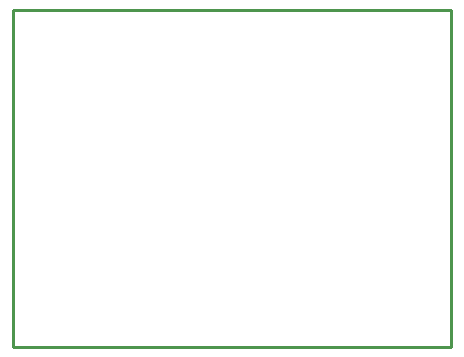
<source format=gko>
G04 Layer: BoardOutlineLayer*
G04 EasyEDA v6.5.47, 2024-12-22 15:22:41*
G04 e1e7952599984f8b88d5fc9924ef2239,3d6967793dfb4ab392e21a473a945d40,10*
G04 Gerber Generator version 0.2*
G04 Scale: 100 percent, Rotated: No, Reflected: No *
G04 Dimensions in millimeters *
G04 leading zeros omitted , absolute positions ,4 integer and 5 decimal *
%FSLAX45Y45*%
%MOMM*%

%ADD10C,0.2540*%
D10*
X1384300Y5918200D02*
G01*
X1384300Y5956300D01*
X5100065Y5956300D01*
X5100065Y3100070D01*
X1384300Y3100070D01*
X1384300Y5918200D01*

%LPD*%
M02*

</source>
